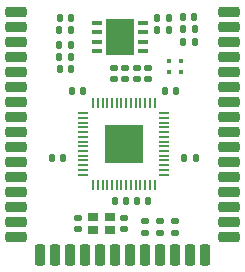
<source format=gbr>
%TF.GenerationSoftware,KiCad,Pcbnew,6.0.11+dfsg-1~bpo11+1*%
%TF.CreationDate,2023-07-13T21:39:36-04:00*%
%TF.ProjectId,Pop-In RP2040,506f702d-496e-4205-9250-323034302e6b,rev?*%
%TF.SameCoordinates,PX5f5e100PY5f5e100*%
%TF.FileFunction,Soldermask,Top*%
%TF.FilePolarity,Negative*%
%FSLAX46Y46*%
G04 Gerber Fmt 4.6, Leading zero omitted, Abs format (unit mm)*
G04 Created by KiCad (PCBNEW 6.0.11+dfsg-1~bpo11+1) date 2023-07-13 21:39:36*
%MOMM*%
%LPD*%
G01*
G04 APERTURE LIST*
G04 Aperture macros list*
%AMRoundRect*
0 Rectangle with rounded corners*
0 $1 Rounding radius*
0 $2 $3 $4 $5 $6 $7 $8 $9 X,Y pos of 4 corners*
0 Add a 4 corners polygon primitive as box body*
4,1,4,$2,$3,$4,$5,$6,$7,$8,$9,$2,$3,0*
0 Add four circle primitives for the rounded corners*
1,1,$1+$1,$2,$3*
1,1,$1+$1,$4,$5*
1,1,$1+$1,$6,$7*
1,1,$1+$1,$8,$9*
0 Add four rect primitives between the rounded corners*
20,1,$1+$1,$2,$3,$4,$5,0*
20,1,$1+$1,$4,$5,$6,$7,0*
20,1,$1+$1,$6,$7,$8,$9,0*
20,1,$1+$1,$8,$9,$2,$3,0*%
G04 Aperture macros list end*
%ADD10RoundRect,0.140000X-0.140000X-0.170000X0.140000X-0.170000X0.140000X0.170000X-0.140000X0.170000X0*%
%ADD11R,0.850000X0.350000*%
%ADD12R,2.400000X3.100000*%
%ADD13RoundRect,0.147500X0.147500X0.172500X-0.147500X0.172500X-0.147500X-0.172500X0.147500X-0.172500X0*%
%ADD14R,0.900000X0.800000*%
%ADD15RoundRect,0.135000X0.135000X0.185000X-0.135000X0.185000X-0.135000X-0.185000X0.135000X-0.185000X0*%
%ADD16RoundRect,0.135000X-0.135000X-0.185000X0.135000X-0.185000X0.135000X0.185000X-0.135000X0.185000X0*%
%ADD17RoundRect,0.140000X-0.170000X0.140000X-0.170000X-0.140000X0.170000X-0.140000X0.170000X0.140000X0*%
%ADD18RoundRect,0.135000X0.185000X-0.135000X0.185000X0.135000X-0.185000X0.135000X-0.185000X-0.135000X0*%
%ADD19RoundRect,0.140000X0.140000X0.170000X-0.140000X0.170000X-0.140000X-0.170000X0.140000X-0.170000X0*%
%ADD20RoundRect,0.147500X-0.147500X-0.172500X0.147500X-0.172500X0.147500X0.172500X-0.147500X0.172500X0*%
%ADD21RoundRect,0.140000X0.170000X-0.140000X0.170000X0.140000X-0.170000X0.140000X-0.170000X-0.140000X0*%
%ADD22RoundRect,0.050000X-0.387500X-0.050000X0.387500X-0.050000X0.387500X0.050000X-0.387500X0.050000X0*%
%ADD23RoundRect,0.050000X-0.050000X-0.387500X0.050000X-0.387500X0.050000X0.387500X-0.050000X0.387500X0*%
%ADD24R,3.200000X3.200000*%
%ADD25RoundRect,0.135000X-0.185000X0.135000X-0.185000X-0.135000X0.185000X-0.135000X0.185000X0.135000X0*%
%ADD26R,0.450000X0.450000*%
%ADD27RoundRect,0.225000X-0.675000X-0.225000X0.675000X-0.225000X0.675000X0.225000X-0.675000X0.225000X0*%
%ADD28RoundRect,0.225000X0.225000X-0.675000X0.225000X0.675000X-0.225000X0.675000X-0.225000X-0.675000X0*%
%ADD29RoundRect,0.225000X0.675000X0.225000X-0.675000X0.225000X-0.675000X-0.225000X0.675000X-0.225000X0*%
G04 APERTURE END LIST*
D10*
%TO.C,C15*%
X2929958Y8991810D03*
X3889958Y8991810D03*
%TD*%
D11*
%TO.C,U2*%
X-2176463Y8629437D03*
X-2176463Y7829437D03*
X-2176463Y7029437D03*
X-2176463Y6229437D03*
X1723537Y6229437D03*
X1723537Y7029437D03*
X1723537Y7829437D03*
X1723537Y8629437D03*
D12*
X-226463Y7429437D03*
%TD*%
D13*
%TO.C,D2*%
X6066963Y9106733D03*
X5096963Y9106733D03*
%TD*%
D14*
%TO.C,Y1*%
X-2515833Y-8902367D03*
X-1115833Y-8902367D03*
X-1115833Y-7802367D03*
X-2515833Y-7802367D03*
%TD*%
D15*
%TO.C,R3*%
X6099540Y8083854D03*
X5079540Y8083854D03*
%TD*%
D10*
%TO.C,C6*%
X5213523Y-2865370D03*
X6173523Y-2865370D03*
%TD*%
D15*
%TO.C,R9*%
X-4353362Y5732832D03*
X-5373362Y5732832D03*
%TD*%
D16*
%TO.C,R4*%
X-5375113Y7989879D03*
X-4355113Y7989879D03*
%TD*%
D17*
%TO.C,C12*%
X1189669Y4802116D03*
X1189669Y3842116D03*
%TD*%
D18*
%TO.C,R1*%
X3127843Y-9179588D03*
X3127843Y-8159588D03*
%TD*%
D19*
%TO.C,C5*%
X-5065731Y-2863165D03*
X-6025731Y-2863165D03*
%TD*%
D20*
%TO.C,D1*%
X-5348389Y9006737D03*
X-4378389Y9006737D03*
%TD*%
D21*
%TO.C,C10*%
X215312Y3842116D03*
X215312Y4802116D03*
%TD*%
D22*
%TO.C,U1*%
X-3352878Y961165D03*
X-3352878Y561165D03*
X-3352878Y161165D03*
X-3352878Y-238835D03*
X-3352878Y-638835D03*
X-3352878Y-1038835D03*
X-3352878Y-1438835D03*
X-3352878Y-1838835D03*
X-3352878Y-2238835D03*
X-3352878Y-2638835D03*
X-3352878Y-3038835D03*
X-3352878Y-3438835D03*
X-3352878Y-3838835D03*
X-3352878Y-4238835D03*
D23*
X-2515378Y-5076335D03*
X-2115378Y-5076335D03*
X-1715378Y-5076335D03*
X-1315378Y-5076335D03*
X-915378Y-5076335D03*
X-515378Y-5076335D03*
X-115378Y-5076335D03*
X284622Y-5076335D03*
X684622Y-5076335D03*
X1084622Y-5076335D03*
X1484622Y-5076335D03*
X1884622Y-5076335D03*
X2284622Y-5076335D03*
X2684622Y-5076335D03*
D22*
X3522122Y-4238835D03*
X3522122Y-3838835D03*
X3522122Y-3438835D03*
X3522122Y-3038835D03*
X3522122Y-2638835D03*
X3522122Y-2238835D03*
X3522122Y-1838835D03*
X3522122Y-1438835D03*
X3522122Y-1038835D03*
X3522122Y-638835D03*
X3522122Y-238835D03*
X3522122Y161165D03*
X3522122Y561165D03*
X3522122Y961165D03*
D23*
X2684622Y1798665D03*
X2284622Y1798665D03*
X1884622Y1798665D03*
X1484622Y1798665D03*
X1084622Y1798665D03*
X684622Y1798665D03*
X284622Y1798665D03*
X-115378Y1798665D03*
X-515378Y1798665D03*
X-915378Y1798665D03*
X-1315378Y1798665D03*
X-1715378Y1798665D03*
X-2115378Y1798665D03*
X-2515378Y1798665D03*
D24*
X84622Y-1638835D03*
%TD*%
D10*
%TO.C,C9*%
X1205555Y-6479004D03*
X2165555Y-6479004D03*
%TD*%
D18*
%TO.C,R2*%
X4439261Y-9179588D03*
X4439261Y-8159588D03*
%TD*%
D21*
%TO.C,C14*%
X2157741Y3842116D03*
X2157741Y4802116D03*
%TD*%
D19*
%TO.C,C8*%
X283269Y-6487179D03*
X-676731Y-6487179D03*
%TD*%
D15*
%TO.C,R8*%
X6106544Y7027220D03*
X5086544Y7027220D03*
%TD*%
D10*
%TO.C,C7*%
X3552300Y2814099D03*
X4512300Y2814099D03*
%TD*%
D19*
%TO.C,C4*%
X-3366114Y2814099D03*
X-4326114Y2814099D03*
%TD*%
D21*
%TO.C,C11*%
X-759046Y3842116D03*
X-759046Y4802116D03*
%TD*%
D17*
%TO.C,C17*%
X125368Y-7872367D03*
X125368Y-8832367D03*
%TD*%
D25*
%TO.C,R11*%
X1905000Y-8159588D03*
X1905000Y-9179588D03*
%TD*%
D21*
%TO.C,C16*%
X-3758060Y-8832367D03*
X-3758060Y-7872367D03*
%TD*%
D16*
%TO.C,R7*%
X-5375113Y6760941D03*
X-4355113Y6760941D03*
%TD*%
D19*
%TO.C,C18*%
X3889958Y8019547D03*
X2929958Y8019547D03*
%TD*%
D26*
%TO.C,LED1*%
X3948660Y4473226D03*
X3948660Y5423226D03*
X4898660Y4473226D03*
X4898660Y5423226D03*
%TD*%
D10*
%TO.C,C13*%
X-5339700Y4703324D03*
X-4379700Y4703324D03*
%TD*%
D27*
%TO.C,REF\u002A\u002A*%
X-9005378Y9525000D03*
X-9005378Y8255000D03*
X-9005378Y6985000D03*
X-9005378Y5715000D03*
X-9005378Y4445000D03*
X-9005378Y3175000D03*
X-9005378Y1905000D03*
X-9005378Y635000D03*
X-9005378Y-635000D03*
X-9005378Y-1905000D03*
X-9005378Y-3175000D03*
X-9005378Y-4445000D03*
X-9005378Y-5715000D03*
X-9005378Y-6985000D03*
X-9005378Y-8255000D03*
X-9005378Y-9525000D03*
D28*
X-6985000Y-11034588D03*
X-5715000Y-11034588D03*
X-4445000Y-11034588D03*
X-3175000Y-11034588D03*
X-1905000Y-11034588D03*
X-635000Y-11034588D03*
X635000Y-11034588D03*
X1905000Y-11034588D03*
X3175000Y-11034588D03*
X4445000Y-11034588D03*
X5715000Y-11034588D03*
X6985000Y-11034588D03*
D29*
X8974622Y-9525000D03*
X8974622Y-8255000D03*
X8974622Y-6985000D03*
X8974622Y-5715000D03*
X8974622Y-4445000D03*
X8974622Y-3175000D03*
X8974622Y-1905000D03*
X8974622Y-635000D03*
X8974622Y635000D03*
X8974622Y1905000D03*
X8974622Y3175000D03*
X8974622Y4445000D03*
X8974622Y5715000D03*
X8974622Y6985000D03*
X8974622Y8255000D03*
X8974622Y9525000D03*
%TD*%
M02*

</source>
